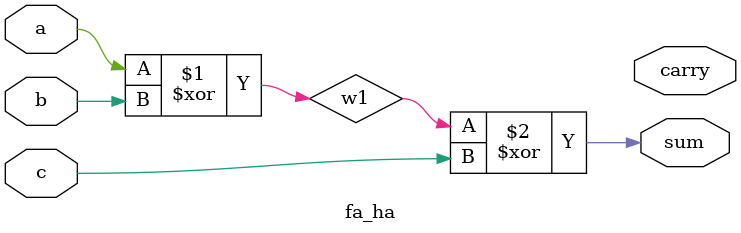
<source format=v>
module fa_ha(a,b,c,sum,carry);
input a,b,c;
output sum,carry;
wire w1,w2,w3,w4,w5;
xor x1(w1,a,b);
xor x2(sum,w1,c);
and al(w2,a,b);
and a2(w3,b,c);
and a3(w4,a,c);
or o1(w5,w2,w3); or o2(cout,w5,w4);
endmodule


</source>
